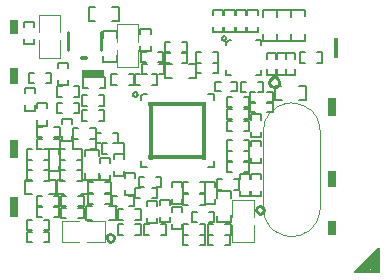
<source format=gto>
%FSLAX25Y25*%
%MOIN*%
G70*
G01*
G75*
%ADD10C,0.01000*%
%ADD11C,0.02000*%
%ADD12C,0.00800*%
%ADD13R,0.01969X0.02000*%
%ADD14R,0.03000X0.03000*%
%ADD15R,0.02000X0.01969*%
%ADD16R,0.03150X0.00984*%
%ADD17R,0.00984X0.03150*%
%ADD18R,0.00984X0.03150*%
%ADD19R,0.05906X0.05906*%
%ADD20O,0.03150X0.00984*%
%ADD21C,0.00800*%
%ADD22R,0.05906X0.05118*%
%ADD23R,0.02000X0.03150*%
%ADD24R,0.05118X0.05906*%
%ADD25R,0.02756X0.00984*%
%ADD26R,0.00984X0.02756*%
%ADD27R,0.06299X0.06299*%
%ADD28C,0.00700*%
%ADD29C,0.01500*%
%ADD30C,0.02900*%
%ADD31C,0.00600*%
%ADD32C,0.03000*%
%ADD33R,0.00900X0.00700*%
%ADD34R,0.03000X0.02247*%
%ADD35R,0.01600X0.02900*%
%ADD36R,0.07500X0.07700*%
%ADD37R,0.04500X0.03500*%
%ADD38R,0.03900X0.03000*%
%ADD39R,0.07700X0.04600*%
%ADD40R,0.02078X0.02277*%
%ADD41R,0.04100X0.02700*%
%ADD42R,0.04000X0.03000*%
%ADD43R,0.02300X0.04800*%
%ADD44C,0.04724*%
%ADD45C,0.06000*%
%ADD46O,0.09000X0.04500*%
%ADD47C,0.04331*%
%ADD48C,0.01500*%
%ADD49C,0.06200*%
%ADD50R,0.06200X0.06200*%
%ADD51R,0.06000X0.06000*%
%ADD52C,0.02200*%
%ADD53C,0.02400*%
%ADD54C,0.02000*%
%ADD55R,0.08026X0.06000*%
%ADD56R,0.08126X0.05900*%
%ADD57R,0.07700X0.06100*%
%ADD58R,0.05600X0.04400*%
%ADD59R,0.06200X0.05400*%
%ADD60C,0.01200*%
%ADD61R,0.08100X0.04600*%
%ADD62C,0.08661*%
%ADD63C,0.00394*%
%ADD64C,0.00500*%
%ADD65C,0.00787*%
%ADD66C,0.00300*%
%ADD67R,0.03000X0.05500*%
%ADD68R,0.03000X0.05000*%
%ADD69R,0.03000X0.06000*%
%ADD70R,0.03000X0.07000*%
%ADD71R,0.01800X0.07000*%
%ADD72R,0.01800X0.19500*%
%ADD73R,0.19500X0.01800*%
%ADD74R,0.01800X0.19500*%
%ADD75R,0.19500X0.01800*%
%ADD76R,0.07654X0.02619*%
D10*
X1065974Y863400D02*
X1065650Y864303D01*
X1064890Y864888D01*
X1063935Y864969D01*
X1063087Y864521D01*
X1062615Y863685D01*
X1062670Y862728D01*
X1063233Y861952D01*
X1064127Y861603D01*
X1065067Y861793D01*
X1065756Y862461D01*
X1065974Y863395D01*
X1060800Y820900D02*
X1060364Y821781D01*
X1059438Y822113D01*
X1058541Y821711D01*
X1058173Y820799D01*
X1058541Y819887D01*
X1059438Y819485D01*
X1060364Y819817D01*
X1060800Y820698D01*
X1011000Y811600D02*
X1010503Y812423D01*
X1009578Y812682D01*
X1008726Y812236D01*
X1008411Y811328D01*
X1008805Y810451D01*
X1009693Y810082D01*
X1010592Y810422D01*
X1011014Y811286D01*
X995476Y873984D02*
Y879984D01*
X1006476Y873984D02*
Y879984D01*
D12*
X1098716Y807516D02*
X1099200D01*
X1098016Y806816D02*
X1099200D01*
X1097316Y806116D02*
X1099200D01*
X1096616Y805416D02*
X1099200D01*
Y800000D02*
Y808000D01*
X1095916Y804716D02*
X1099200D01*
X1095216Y804016D02*
X1099200D01*
X1098874Y800000D02*
Y807674D01*
X1098174Y800000D02*
Y806974D01*
X1097474Y800000D02*
Y806274D01*
X1096774Y800000D02*
Y805574D01*
X1096074Y800000D02*
Y804874D01*
X1095374Y800000D02*
Y804174D01*
X1094516Y803316D02*
X1099200D01*
X1093816Y802616D02*
X1099200D01*
X1093116Y801916D02*
X1099200D01*
X1092416Y801216D02*
X1099200D01*
X1094674Y800000D02*
Y803474D01*
X1093974Y800000D02*
Y802774D01*
X1091716Y800516D02*
X1099200D01*
X1093274Y800000D02*
Y802074D01*
X1091300Y800100D02*
X1099200Y808000D01*
X1091200Y800000D02*
X1099200D01*
X1092574D02*
Y801374D01*
X1091874Y800000D02*
Y800674D01*
X1091200Y800000D02*
X1091300Y800100D01*
D31*
X1018800Y859200D02*
X1018247Y859961D01*
X1017353Y859670D01*
Y858730D01*
X1018247Y858439D01*
X1018800Y859200D01*
X1048403Y877892D02*
X1047850Y878653D01*
X1046956Y878362D01*
Y877422D01*
X1047850Y877131D01*
X1048403Y877892D01*
D60*
X1000226Y871484D02*
X1001726D01*
D63*
X1060551Y821511D02*
X1060603Y820523D01*
X1060758Y819547D01*
X1061014Y818591D01*
X1061368Y817668D01*
X1061817Y816787D01*
X1062356Y815957D01*
X1062978Y815189D01*
X1063678Y814489D01*
X1064446Y813867D01*
X1065276Y813328D01*
X1066157Y812879D01*
X1067080Y812525D01*
X1068036Y812269D01*
X1069012Y812114D01*
X1070000Y812062D01*
X1079449Y847102D02*
X1079395Y848111D01*
X1079233Y849109D01*
X1078966Y850084D01*
X1078596Y851025D01*
X1078127Y851921D01*
X1077566Y852762D01*
X1076918Y853538D01*
X1076191Y854240D01*
X1075393Y854860D01*
X1074533Y855392D01*
X1073621Y855829D01*
X1072668Y856166D01*
X1071684Y856399D01*
X1070681Y856526D01*
X1069670Y856545D01*
X1070000Y856550D02*
X1069012Y856499D01*
X1068036Y856344D01*
X1067080Y856088D01*
X1066157Y855733D01*
X1065276Y855285D01*
X1064446Y854746D01*
X1063678Y854123D01*
X1062978Y853424D01*
X1062356Y852655D01*
X1061817Y851826D01*
X1061368Y850945D01*
X1061014Y850021D01*
X1060758Y849066D01*
X1060603Y848089D01*
X1060551Y847102D01*
X1070000Y812062D02*
X1070988Y812114D01*
X1071964Y812269D01*
X1072920Y812525D01*
X1073843Y812879D01*
X1074724Y813328D01*
X1075554Y813867D01*
X1076322Y814489D01*
X1077022Y815189D01*
X1077644Y815957D01*
X1078183Y816787D01*
X1078632Y817668D01*
X1078986Y818591D01*
X1079242Y819547D01*
X1079397Y820523D01*
X1079449Y821511D01*
X1079449D02*
X1079449Y847102D01*
X1060551Y821511D02*
X1060551Y847101D01*
D64*
X1020540Y869505D02*
X1021839D01*
X1025855Y866119D02*
X1027548D01*
Y869505D01*
X1025855D02*
X1027548D01*
X1020146Y866119D02*
X1021839D01*
X1020146D02*
Y869505D01*
X1020540D01*
X1065233Y877477D02*
Y879277D01*
Y877177D02*
Y877477D01*
Y877177D02*
X1069933D01*
Y879377D01*
X1065233Y886177D02*
Y887377D01*
X1069933D01*
Y885077D02*
Y887377D01*
X1065233Y885077D02*
Y886177D01*
X1065000Y871100D02*
Y872800D01*
Y873200D01*
X1062000Y873200D02*
X1065000Y873200D01*
X1062000Y871100D02*
X1062000Y873200D01*
X1065000Y867700D02*
X1065000Y865800D01*
X1061900Y865800D02*
X1065000Y865800D01*
X1061900Y865800D02*
Y867700D01*
X1065200Y865800D02*
Y867700D01*
Y865800D02*
X1068300Y865800D01*
X1068300Y867700D02*
X1068300Y865800D01*
X1065300Y871100D02*
X1065300Y873200D01*
X1068300Y873200D01*
Y872800D02*
Y873200D01*
Y871100D02*
Y872800D01*
X982646Y866505D02*
X983040D01*
X982646Y863119D02*
Y866505D01*
Y863119D02*
X984339D01*
X988355Y866505D02*
X990048D01*
Y863119D02*
Y866505D01*
X988355Y863119D02*
X990048D01*
X983040Y866505D02*
X984339D01*
X1048940Y858405D02*
X1050239D01*
X1054255Y855019D02*
X1055948D01*
Y858405D01*
X1054255D02*
X1055948D01*
X1048547Y855019D02*
X1050239D01*
X1048547D02*
Y858405D01*
X1048940D01*
X1060005Y843460D02*
Y843853D01*
X1056619D02*
X1060005D01*
X1056619Y842161D02*
Y843853D01*
X1060005Y836452D02*
Y838145D01*
X1056619Y836452D02*
X1060005D01*
X1056619D02*
Y838145D01*
X1060005Y842161D02*
Y843460D01*
X1048647Y843905D02*
X1049040D01*
X1048647Y840519D02*
Y843905D01*
Y840519D02*
X1050339D01*
X1054355Y843905D02*
X1056048D01*
Y840519D02*
Y843905D01*
X1054355Y840519D02*
X1056048D01*
X1049040Y843905D02*
X1050339D01*
X1015761Y862511D02*
X1017060D01*
X1010052Y865897D02*
X1011745D01*
X1010052Y862511D02*
Y865897D01*
Y862511D02*
X1011745D01*
X1015761Y865897D02*
X1017453D01*
Y862511D02*
Y865897D01*
X1017060Y862511D02*
X1017453D01*
X1041295Y822546D02*
Y822940D01*
Y822546D02*
X1044681D01*
Y824239D01*
X1041295Y828255D02*
Y829948D01*
X1044681D01*
Y828255D02*
Y829948D01*
X1041295Y822940D02*
Y824239D01*
X1034240Y825905D02*
X1035539D01*
X1039555Y822519D02*
X1041248D01*
Y825905D01*
X1039555D02*
X1041248D01*
X1033846Y822519D02*
X1035539D01*
X1033846D02*
Y825905D01*
X1034240D01*
X1024960Y824595D02*
X1025354D01*
Y827981D01*
X1023661D02*
X1025354D01*
X1017952Y824595D02*
X1019645D01*
X1017952D02*
Y827981D01*
X1019645D01*
X1023661Y824595D02*
X1024960D01*
X1019695Y873647D02*
Y874040D01*
Y873647D02*
X1023081D01*
Y875339D01*
X1019695Y879355D02*
Y881048D01*
X1023081D01*
Y879355D02*
Y881048D01*
X1019695Y874040D02*
Y875339D01*
X1013760Y839495D02*
X1014153D01*
Y842881D01*
X1012461D02*
X1014153D01*
X1006752Y839495D02*
X1008445D01*
X1006752D02*
Y842881D01*
X1008445D01*
X1012461Y839495D02*
X1013760D01*
X993740Y821405D02*
X995039D01*
X999055Y818019D02*
X1000748D01*
Y821405D01*
X999055D02*
X1000748D01*
X993347Y818019D02*
X995039D01*
X993347D02*
Y821405D01*
X993740D01*
X1045316Y824576D02*
Y825676D01*
X1050016Y824576D02*
Y826876D01*
X1045316D02*
X1050016D01*
X1045316Y825676D02*
Y826876D01*
X1050016Y816676D02*
Y818876D01*
X1045316Y816676D02*
X1050016D01*
X1045316D02*
Y816976D01*
Y818776D01*
X1064876Y861984D02*
X1066676D01*
X1064576D02*
X1064876D01*
X1064576Y857284D02*
Y861984D01*
Y857284D02*
X1066776D01*
X1073576Y861984D02*
X1074776D01*
Y857284D02*
Y861984D01*
X1072476Y857284D02*
X1074776D01*
X1072476Y861984D02*
X1073576D01*
X996805Y850560D02*
Y850953D01*
X993419D02*
X996805D01*
X993419Y849261D02*
Y850953D01*
X996805Y843552D02*
Y845245D01*
X993419Y843552D02*
X996805D01*
X993419D02*
Y845245D01*
X996805Y849261D02*
Y850560D01*
X984605Y860860D02*
Y861254D01*
X981219D02*
X984605D01*
X981219Y859561D02*
Y861254D01*
X984605Y853852D02*
Y855545D01*
X981219Y853852D02*
X984605D01*
X981219D02*
Y855545D01*
X984605Y859561D02*
Y860860D01*
X1010246Y825505D02*
X1010640D01*
X1010246Y822119D02*
Y825505D01*
Y822119D02*
X1011939D01*
X1015955Y825505D02*
X1017648D01*
Y822119D02*
Y825505D01*
X1015955Y822119D02*
X1017648D01*
X1010640Y825505D02*
X1011939D01*
X985740Y844405D02*
X987039D01*
X991055Y841019D02*
X992748D01*
Y844405D01*
X991055D02*
X992748D01*
X985347Y841019D02*
X987039D01*
X985347D02*
Y844405D01*
X985740D01*
X1009376Y821984D02*
X1010476D01*
X1009376Y817284D02*
X1011676D01*
Y821984D01*
X1010476D02*
X1011676D01*
X1001476Y817284D02*
X1003676D01*
X1001476D02*
Y821984D01*
X1001776D01*
X1003576D01*
X1012346Y815905D02*
X1012740D01*
X1012346Y812519D02*
Y815905D01*
Y812519D02*
X1014039D01*
X1018055Y815905D02*
X1019748D01*
Y812519D02*
Y815905D01*
X1018055Y812519D02*
X1019748D01*
X1012740Y815905D02*
X1014039D01*
X1008061Y822595D02*
X1009360D01*
X1002352Y825981D02*
X1004045D01*
X1002352Y822595D02*
Y825981D01*
Y822595D02*
X1004045D01*
X1008061Y825981D02*
X1009754D01*
Y822595D02*
Y825981D01*
X1009360Y822595D02*
X1009754D01*
X1054261Y851095D02*
X1055560D01*
X1048552Y854481D02*
X1050245D01*
X1048552Y851095D02*
Y854481D01*
Y851095D02*
X1050245D01*
X1054261Y854481D02*
X1055954D01*
Y851095D02*
Y854481D01*
X1055560Y851095D02*
X1055954D01*
X1048547Y850505D02*
X1048940D01*
X1048547Y847119D02*
Y850505D01*
Y847119D02*
X1050239D01*
X1054255Y850505D02*
X1055948D01*
Y847119D02*
Y850505D01*
X1054255Y847119D02*
X1055948D01*
X1048940Y850505D02*
X1050239D01*
X1056347Y859905D02*
X1056740D01*
X1056347Y856519D02*
Y859905D01*
Y856519D02*
X1058039D01*
X1062055Y859905D02*
X1063748D01*
Y856519D02*
Y859905D01*
X1062055Y856519D02*
X1063748D01*
X1056740Y859905D02*
X1058039D01*
X1025205Y822161D02*
Y823460D01*
X1021819Y816452D02*
Y818145D01*
Y816452D02*
X1025205D01*
Y818145D01*
X1021819Y822161D02*
Y823853D01*
X1025205D01*
Y823460D02*
Y823853D01*
X1004846Y846405D02*
X1005240D01*
X1004846Y843019D02*
Y846405D01*
Y843019D02*
X1006539D01*
X1010555Y846405D02*
X1012248D01*
Y843019D02*
Y846405D01*
X1010555Y843019D02*
X1012248D01*
X1005240Y846405D02*
X1006539D01*
X1002740Y829905D02*
X1004039D01*
X1008055Y826519D02*
X1009748D01*
Y829905D01*
X1008055D02*
X1009748D01*
X1002347Y826519D02*
X1004039D01*
X1002347D02*
Y829905D01*
X1002740D01*
X997346Y844405D02*
X997740D01*
X997346Y841019D02*
Y844405D01*
Y841019D02*
X999039D01*
X1003055Y844405D02*
X1004748D01*
Y841019D02*
Y844405D01*
X1003055Y841019D02*
X1004748D01*
X997740Y844405D02*
X999039D01*
X998461Y837495D02*
X999760D01*
X992752Y840881D02*
X994445D01*
X992752Y837495D02*
Y840881D01*
Y837495D02*
X994445D01*
X998461Y840881D02*
X1000154D01*
Y837495D02*
Y840881D01*
X999760Y837495D02*
X1000154D01*
X1042346Y815905D02*
X1042740D01*
X1042346Y812519D02*
Y815905D01*
Y812519D02*
X1044039D01*
X1048055Y815905D02*
X1049748D01*
Y812519D02*
Y815905D01*
X1048055Y812519D02*
X1049748D01*
X1042740Y815905D02*
X1044039D01*
X1012740Y820905D02*
X1014039D01*
X1018055Y817519D02*
X1019748D01*
Y820905D01*
X1018055D02*
X1019748D01*
X1012346Y817519D02*
X1014039D01*
X1012346D02*
Y820905D01*
X1012740D01*
X1049260Y808995D02*
X1049654D01*
Y812381D01*
X1047961D02*
X1049654D01*
X1042252Y808995D02*
X1043945D01*
X1042252D02*
Y812381D01*
X1043945D01*
X1047961Y808995D02*
X1049260D01*
X999776Y830584D02*
X1000876D01*
X999776Y825884D02*
X1002076D01*
Y830584D01*
X1000876D02*
X1002076D01*
X991876Y825884D02*
X994076D01*
X991876D02*
Y830584D01*
X992176D01*
X993976D01*
X981676D02*
X983476D01*
X981376D02*
X981676D01*
X981376Y825884D02*
Y830584D01*
Y825884D02*
X983576D01*
X990376Y830584D02*
X991576D01*
Y825884D02*
Y830584D01*
X989276Y825884D02*
X991576D01*
X989276Y830584D02*
X990376D01*
X993740Y825305D02*
X995039D01*
X999055Y821919D02*
X1000748D01*
Y825305D01*
X999055D02*
X1000748D01*
X993347Y821919D02*
X995039D01*
X993347D02*
Y825305D01*
X993740D01*
X1056595Y845146D02*
Y845540D01*
Y845146D02*
X1059981D01*
Y846839D01*
X1056595Y850855D02*
Y852548D01*
X1059981D01*
Y850855D02*
Y852548D01*
X1056595Y845540D02*
Y846839D01*
X1049040Y840405D02*
X1050339D01*
X1054355Y837019D02*
X1056048D01*
Y840405D01*
X1054355D02*
X1056048D01*
X1048647Y837019D02*
X1050339D01*
X1048647D02*
Y840405D01*
X1049040D01*
X1056347Y856605D02*
X1056740D01*
X1056347Y853219D02*
Y856605D01*
Y853219D02*
X1058039D01*
X1062055Y856605D02*
X1063748D01*
Y853219D02*
Y856605D01*
X1062055Y853219D02*
X1063748D01*
X1056740Y856605D02*
X1058039D01*
X1036060Y864616D02*
X1037860D01*
X1038160D01*
Y869316D01*
X1035960D02*
X1038160D01*
X1027960Y864616D02*
X1029160D01*
X1027960D02*
Y869316D01*
X1030260D01*
X1029160Y864616D02*
X1030260D01*
X1060005Y830961D02*
Y832260D01*
X1056619Y825252D02*
Y826945D01*
Y825252D02*
X1060005D01*
Y826945D01*
X1056619Y830961D02*
Y832654D01*
X1060005D01*
Y832260D02*
Y832654D01*
X1005884Y838724D02*
Y840524D01*
Y840824D01*
X1001184D02*
X1005884D01*
X1001184Y838624D02*
Y840824D01*
X1005884Y830624D02*
Y831824D01*
X1001184Y830624D02*
X1005884D01*
X1001184D02*
Y832924D01*
X1005884Y831824D02*
Y832924D01*
X997740Y847905D02*
X999039D01*
X1003055Y844519D02*
X1004748D01*
Y847905D01*
X1003055D02*
X1004748D01*
X997346Y844519D02*
X999039D01*
X997346D02*
Y847905D01*
X997740D01*
X992846Y837405D02*
X993240D01*
X992846Y834019D02*
Y837405D01*
Y834019D02*
X994539D01*
X998555Y837405D02*
X1000248D01*
Y834019D02*
Y837405D01*
X998555Y834019D02*
X1000248D01*
X993240Y837405D02*
X994539D01*
X993240Y833905D02*
X994539D01*
X998555Y830519D02*
X1000248D01*
Y833905D01*
X998555D02*
X1000248D01*
X992846Y830519D02*
X994539D01*
X992846D02*
Y833905D01*
X993240D01*
X985246Y821605D02*
X985640D01*
X985246Y818219D02*
Y821605D01*
Y818219D02*
X986939D01*
X990955Y821605D02*
X992648D01*
Y818219D02*
Y821605D01*
X990955Y818219D02*
X992648D01*
X985640Y821605D02*
X986939D01*
X982240Y840905D02*
X983539D01*
X987555Y837519D02*
X989248D01*
Y840905D01*
X987555D02*
X989248D01*
X981847Y837519D02*
X983539D01*
X981847D02*
Y840905D01*
X982240D01*
X989295Y833547D02*
Y833940D01*
Y833547D02*
X992681D01*
Y835239D01*
X989295Y839255D02*
Y840948D01*
X992681D01*
Y839255D02*
Y840948D01*
X989295Y833940D02*
Y835239D01*
X981847Y833905D02*
X982240D01*
X981847Y830519D02*
Y833905D01*
Y830519D02*
X983539D01*
X987555Y833905D02*
X989248D01*
Y830519D02*
Y833905D01*
X987555Y830519D02*
X989248D01*
X982240Y833905D02*
X983539D01*
X985347Y848505D02*
X985740D01*
X985347Y845119D02*
Y848505D01*
Y845119D02*
X987039D01*
X991055Y848505D02*
X992748D01*
Y845119D02*
Y848505D01*
X991055Y845119D02*
X992748D01*
X985740Y848505D02*
X987039D01*
X1050961Y827495D02*
X1052260D01*
X1045252Y830881D02*
X1046945D01*
X1045252Y827495D02*
Y830881D01*
Y827495D02*
X1046945D01*
X1050961Y830881D02*
X1052654D01*
Y827495D02*
Y830881D01*
X1052260Y827495D02*
X1052654D01*
X1026295Y816547D02*
Y816940D01*
Y816547D02*
X1029681D01*
Y818239D01*
X1026295Y822255D02*
Y823948D01*
X1029681D01*
Y822255D02*
Y823948D01*
X1026295Y816940D02*
Y818239D01*
X1007260Y850495D02*
X1007654D01*
Y853881D01*
X1005961D02*
X1007654D01*
X1000252Y850495D02*
X1001945D01*
X1000252D02*
Y853881D01*
X1001945D01*
X1005961Y850495D02*
X1007260D01*
X998960Y852995D02*
X999354D01*
Y856381D01*
X997661D02*
X999354D01*
X991952Y852995D02*
X993645D01*
X991952D02*
Y856381D01*
X993645D01*
X997661Y852995D02*
X998960D01*
X1005961Y855495D02*
X1007260D01*
X1000252Y858881D02*
X1001945D01*
X1000252Y855495D02*
Y858881D01*
Y855495D02*
X1001945D01*
X1005961Y858881D02*
X1007654D01*
Y855495D02*
Y858881D01*
X1007260Y855495D02*
X1007654D01*
X995705Y869260D02*
Y869654D01*
X992319D02*
X995705D01*
X992319Y867961D02*
Y869654D01*
X995705Y862252D02*
Y863945D01*
X992319Y862252D02*
X995705D01*
X992319D02*
Y863945D01*
X995705Y867961D02*
Y869260D01*
X988505Y854561D02*
Y855860D01*
X985119Y848852D02*
Y850545D01*
Y848852D02*
X988505D01*
Y850545D01*
X985119Y854561D02*
Y856254D01*
X988505D01*
Y855860D02*
Y856254D01*
X1030295Y822546D02*
Y822940D01*
Y822546D02*
X1033681D01*
Y824239D01*
X1030295Y828255D02*
Y829948D01*
X1033681D01*
Y828255D02*
Y829948D01*
X1030295Y822940D02*
Y824239D01*
X981847Y837405D02*
X982240D01*
X981847Y834019D02*
Y837405D01*
Y834019D02*
X983539D01*
X987555Y837405D02*
X989248D01*
Y834019D02*
Y837405D01*
X987555Y834019D02*
X989248D01*
X982240Y837405D02*
X983539D01*
X1048647Y836605D02*
X1049040D01*
X1048647Y833219D02*
Y836605D01*
Y833219D02*
X1050339D01*
X1054355Y836605D02*
X1056048D01*
Y833219D02*
Y836605D01*
X1054355Y833219D02*
X1056048D01*
X1049040Y836605D02*
X1050339D01*
X1018140Y865905D02*
X1019439D01*
X1023455Y862519D02*
X1025148D01*
Y865905D01*
X1023455D02*
X1025148D01*
X1017747Y862519D02*
X1019439D01*
X1017747D02*
Y865905D01*
X1018140D01*
X1030295Y814246D02*
Y814640D01*
Y814246D02*
X1033681D01*
Y815939D01*
X1030295Y819955D02*
Y821648D01*
X1033681D01*
Y819955D02*
Y821648D01*
X1030295Y814640D02*
Y815939D01*
X1037340Y820005D02*
X1038639D01*
X1042655Y816619D02*
X1044348D01*
Y820005D01*
X1042655D02*
X1044348D01*
X1036946Y816619D02*
X1038639D01*
X1036946D02*
Y820005D01*
X1037340D01*
X1017805Y832760D02*
Y833154D01*
X1014419D02*
X1017805D01*
X1014419Y831461D02*
Y833154D01*
X1017805Y825752D02*
Y827445D01*
X1014419Y825752D02*
X1017805D01*
X1014419D02*
Y827445D01*
X1017805Y831461D02*
Y832760D01*
X985640Y825305D02*
X986939D01*
X990955Y821919D02*
X992648D01*
Y825305D01*
X990955D02*
X992648D01*
X985246Y821919D02*
X986939D01*
X985246D02*
Y825305D01*
X985640D01*
X981847Y813305D02*
X982240D01*
X981847Y809919D02*
Y813305D01*
Y809919D02*
X983539D01*
X987555Y813305D02*
X989248D01*
Y809919D02*
Y813305D01*
X987555Y809919D02*
X989248D01*
X982240Y813305D02*
X983539D01*
X1034240Y812405D02*
X1035539D01*
X1039555Y809019D02*
X1041248D01*
Y812405D01*
X1039555D02*
X1041248D01*
X1033846Y809019D02*
X1035539D01*
X1033846D02*
Y812405D01*
X1034240D01*
X980995Y876046D02*
Y876440D01*
Y876046D02*
X984381D01*
Y877739D01*
X980995Y881755D02*
Y883448D01*
X984381D01*
Y881755D02*
Y883448D01*
X980995Y876440D02*
Y877739D01*
X1034760Y873295D02*
X1035153D01*
Y876681D01*
X1033461D02*
X1035153D01*
X1027752Y873295D02*
X1029445D01*
X1027752D02*
Y876681D01*
X1029445D01*
X1033461Y873295D02*
X1034760D01*
X1019746Y873305D02*
X1020140D01*
X1019746Y869919D02*
Y873305D01*
Y869919D02*
X1021439D01*
X1025455Y873305D02*
X1027148D01*
Y869919D02*
Y873305D01*
X1025455Y869919D02*
X1027148D01*
X1020140Y873305D02*
X1021439D01*
X1006161Y861495D02*
X1007460D01*
X1000452Y864881D02*
X1002145D01*
X1000452Y861495D02*
Y864881D01*
Y861495D02*
X1002145D01*
X1006161Y864881D02*
X1007854D01*
Y861495D02*
Y864881D01*
X1007460Y861495D02*
X1007854D01*
X997661Y858495D02*
X998960D01*
X991952Y861881D02*
X993645D01*
X991952Y858495D02*
Y861881D01*
Y858495D02*
X993645D01*
X997661Y861881D02*
X999354D01*
Y858495D02*
Y861881D01*
X998960Y858495D02*
X999354D01*
X1010795Y832047D02*
Y832440D01*
Y832047D02*
X1014181D01*
Y833739D01*
X1010795Y837755D02*
Y839448D01*
X1014181D01*
Y837755D02*
Y839448D01*
X1010795Y832440D02*
Y833739D01*
X1006295Y830940D02*
Y832239D01*
X1009681Y836255D02*
Y837948D01*
X1006295D02*
X1009681D01*
X1006295Y836255D02*
Y837948D01*
X1009681Y830546D02*
Y832239D01*
X1006295Y830546D02*
X1009681D01*
X1006295D02*
Y830940D01*
X1019246Y831605D02*
X1019640D01*
X1019246Y828219D02*
Y831605D01*
Y828219D02*
X1020939D01*
X1024955Y831605D02*
X1026648D01*
Y828219D02*
Y831605D01*
X1024955Y828219D02*
X1026648D01*
X1019640Y831605D02*
X1020939D01*
X1039461Y826495D02*
X1040760D01*
X1033752Y829881D02*
X1035445D01*
X1033752Y826495D02*
Y829881D01*
Y826495D02*
X1035445D01*
X1039461Y829881D02*
X1041154D01*
Y826495D02*
Y829881D01*
X1040760Y826495D02*
X1041154D01*
X982240Y817405D02*
X983539D01*
X987555Y814019D02*
X989248D01*
Y817405D01*
X987555D02*
X989248D01*
X981847Y814019D02*
X983539D01*
X981847D02*
Y817405D01*
X982240D01*
X1033846Y815905D02*
X1034240D01*
X1033846Y812519D02*
Y815905D01*
Y812519D02*
X1035539D01*
X1039555Y815905D02*
X1041248D01*
Y812519D02*
Y815905D01*
X1039555Y812519D02*
X1041248D01*
X1034240Y815905D02*
X1035539D01*
X1021140D02*
X1022439D01*
X1026455Y812519D02*
X1028148D01*
Y815905D01*
X1026455D02*
X1028148D01*
X1020747Y812519D02*
X1022439D01*
X1020747D02*
Y815905D01*
X1021140D01*
X1052895Y825640D02*
Y826939D01*
X1056281Y830955D02*
Y832648D01*
X1052895D02*
X1056281D01*
X1052895Y830955D02*
Y832648D01*
X1056281Y825247D02*
Y826939D01*
X1052895Y825247D02*
X1056281D01*
X1052895D02*
Y825640D01*
X1033461Y869695D02*
X1034760D01*
X1027752Y873081D02*
X1029445D01*
X1027752Y869695D02*
Y873081D01*
Y869695D02*
X1029445D01*
X1033461Y873081D02*
X1035153D01*
Y869695D02*
Y873081D01*
X1034760Y869695D02*
X1035153D01*
X1043861Y866295D02*
X1045160D01*
X1038152Y869681D02*
X1039845D01*
X1038152Y866295D02*
Y869681D01*
Y866295D02*
X1039845D01*
X1043861Y869681D02*
X1045553D01*
Y866295D02*
Y869681D01*
X1045160Y866295D02*
X1045553D01*
X1060533Y877477D02*
Y879277D01*
Y877177D02*
Y877477D01*
Y877177D02*
X1065233D01*
Y879377D01*
X1060533Y886177D02*
Y887377D01*
X1065233D01*
Y885077D02*
Y887377D01*
X1060533Y885077D02*
Y886177D01*
X1055395Y880046D02*
Y880440D01*
Y880046D02*
X1058781D01*
Y881739D01*
X1055395Y885755D02*
Y887448D01*
X1058781D01*
Y885755D02*
Y887448D01*
X1055395Y880440D02*
Y881739D01*
X1047695Y880046D02*
Y880440D01*
Y880046D02*
X1051081D01*
Y881739D01*
X1047695Y885755D02*
Y887448D01*
X1051081D01*
Y885755D02*
Y887448D01*
X1047695Y880440D02*
Y881739D01*
X1043895Y880440D02*
Y881739D01*
X1047281Y885755D02*
Y887448D01*
X1043895D02*
X1047281D01*
X1043895Y885755D02*
Y887448D01*
X1047281Y880046D02*
Y881739D01*
X1043895Y880046D02*
X1047281D01*
X1043895D02*
Y880440D01*
X1072746Y873205D02*
X1073140D01*
X1072746Y869819D02*
Y873205D01*
Y869819D02*
X1074439D01*
X1078455Y873205D02*
X1080148D01*
Y869819D02*
Y873205D01*
X1078455Y869819D02*
X1080148D01*
X1073140Y873205D02*
X1074439D01*
X1054905Y885761D02*
Y887060D01*
X1051519Y880052D02*
Y881745D01*
Y880052D02*
X1054905D01*
Y881745D01*
X1051519Y885761D02*
Y887453D01*
X1054905D01*
Y887060D02*
Y887453D01*
X1049191Y877498D02*
X1050012Y877493D01*
X1048212Y865693D02*
X1050012D01*
X1048212D02*
Y867493D01*
X1058212Y865693D02*
X1060012D01*
Y867493D01*
Y875693D02*
Y877493D01*
X1058212D02*
X1060012D01*
X1048206Y876514D02*
X1048212Y875693D01*
X1048206Y876514D02*
X1049191Y877498D01*
X1074667Y878323D02*
Y879423D01*
X1069967Y877123D02*
Y879423D01*
Y877123D02*
X1074667D01*
Y878323D01*
X1069967Y885123D02*
Y887323D01*
X1074667D01*
Y887023D02*
Y887323D01*
Y885223D02*
Y887023D01*
X1038540Y873205D02*
X1039839D01*
X1043855Y869819D02*
X1045548D01*
Y873205D01*
X1043855D02*
X1045548D01*
X1038146Y869819D02*
X1039839D01*
X1038146D02*
Y873205D01*
X1038540D01*
X1060134Y859895D02*
X1060528D01*
Y863281D01*
X1058835D02*
X1060528D01*
X1053126Y859895D02*
X1054819D01*
X1053126D02*
Y863281D01*
X1054819D01*
X1058835Y859895D02*
X1060134D01*
X1071400Y871100D02*
Y872800D01*
Y873200D01*
X1068400Y873200D02*
X1071400Y873200D01*
X1068400Y871100D02*
X1068400Y873200D01*
X1071400Y867700D02*
X1071400Y865800D01*
X1068300Y865800D02*
X1071400Y865800D01*
X1068300Y865800D02*
Y867700D01*
X1002803Y888451D02*
X1004603D01*
X1002503D02*
X1002803D01*
X1002503Y883751D02*
Y888451D01*
Y883751D02*
X1004703D01*
X1011503Y888451D02*
X1012703D01*
Y883751D02*
Y888451D01*
X1010403Y883751D02*
X1012703D01*
X1010403Y888451D02*
X1011503D01*
X1007349Y878003D02*
Y879103D01*
X1012049Y878003D02*
Y880303D01*
X1007349D02*
X1012049D01*
X1007349Y879103D02*
Y880303D01*
X1012049Y870103D02*
Y872303D01*
X1007349Y870103D02*
X1012049D01*
X1007349D02*
Y870403D01*
Y872203D01*
X1049874Y860216D02*
X1051574D01*
X1051974D01*
X1051974Y863216D01*
X1049874Y863216D02*
X1051974Y863216D01*
X1044574Y860216D02*
X1046474Y860216D01*
X1044574Y863316D02*
X1044574Y860216D01*
X1044574Y863316D02*
X1046474D01*
D65*
X1019821Y857421D02*
Y858602D01*
Y834980D02*
Y836948D01*
Y834980D02*
X1021790D01*
X1042262D02*
X1044231D01*
Y836948D01*
Y857421D02*
Y859389D01*
X1042262D02*
X1044231D01*
X1020609D02*
X1021790D01*
X1019821Y858602D02*
X1020609Y859389D01*
D66*
X1050400Y809900D02*
Y815700D01*
Y809900D02*
X1057500D01*
Y815700D01*
Y818300D02*
Y822400D01*
X1050400Y818400D02*
Y824200D01*
X1057500D01*
Y822400D02*
Y824200D01*
X993000Y880000D02*
Y885800D01*
X985900D02*
X993000D01*
X985900Y880000D02*
Y885800D01*
Y873300D02*
Y877400D01*
X993000Y871500D02*
Y877300D01*
X985900Y871500D02*
X993000D01*
X985900D02*
Y873300D01*
X1011900Y868300D02*
Y870100D01*
Y868300D02*
X1019000D01*
Y874100D01*
X1011900Y870100D02*
Y874200D01*
Y876800D02*
Y882600D01*
X1019000D01*
Y876800D02*
Y882600D01*
X1006000Y809900D02*
X1007800D01*
Y817000D01*
X1002000D02*
X1007800D01*
X1001900Y809900D02*
X1006000D01*
X993500D02*
X999300D01*
X993500D02*
Y817000D01*
X999300D01*
D67*
X1083500Y830950D02*
D03*
X977500Y865450D02*
D03*
D68*
X1083500Y814700D02*
D03*
X977500Y881700D02*
D03*
D69*
X1083500Y855200D02*
D03*
X977500Y841200D02*
D03*
D70*
Y821700D02*
D03*
D71*
X1084900Y874700D02*
D03*
D72*
X1023200Y847150D02*
D03*
D73*
X1032050Y838300D02*
D03*
D74*
X1040900Y847150D02*
D03*
D75*
X1032050Y856000D02*
D03*
D76*
X1004027Y866191D02*
D03*
M02*

</source>
